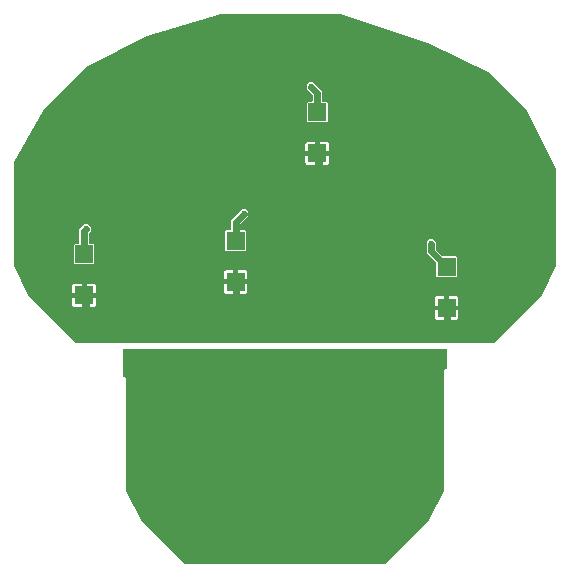
<source format=gbr>
G04 EAGLE Gerber RS-274X export*
G75*
%MOMM*%
%FSLAX34Y34*%
%LPD*%
%INTop Copper*%
%IPPOS*%
%AMOC8*
5,1,8,0,0,1.08239X$1,22.5*%
G01*
%ADD10R,1.500000X1.500000*%
%ADD11C,0.525000*%
%ADD12C,0.609600*%

G36*
X465721Y272047D02*
X465721Y272047D01*
X465809Y272050D01*
X465861Y272067D01*
X465916Y272075D01*
X465996Y272110D01*
X466079Y272137D01*
X466119Y272165D01*
X466176Y272191D01*
X466289Y272287D01*
X466353Y272332D01*
X506239Y312219D01*
X506410Y312446D01*
X506418Y312467D01*
X506429Y312483D01*
X518592Y336808D01*
X518613Y336871D01*
X518644Y336931D01*
X518654Y336994D01*
X518682Y337077D01*
X518687Y337189D01*
X518699Y337262D01*
X518699Y418388D01*
X518690Y418454D01*
X518691Y418521D01*
X518672Y418582D01*
X518659Y418670D01*
X518614Y418772D01*
X518592Y418842D01*
X493729Y468567D01*
X493568Y468801D01*
X493550Y468816D01*
X493539Y468831D01*
X462481Y499889D01*
X462254Y500060D01*
X462233Y500068D01*
X462217Y500079D01*
X412047Y525165D01*
X411968Y525191D01*
X411914Y525220D01*
X336382Y550397D01*
X336102Y550448D01*
X336079Y550446D01*
X336061Y550449D01*
X235393Y550449D01*
X235111Y550409D01*
X235106Y550407D01*
X235101Y550406D01*
X172274Y531558D01*
X172180Y531515D01*
X172112Y531494D01*
X121983Y506429D01*
X121950Y506407D01*
X121938Y506401D01*
X121918Y506385D01*
X121749Y506268D01*
X121734Y506250D01*
X121719Y506239D01*
X84250Y468771D01*
X84118Y468595D01*
X84087Y468557D01*
X59285Y425153D01*
X59249Y425065D01*
X59206Y424980D01*
X59199Y424939D01*
X59179Y424889D01*
X59163Y424724D01*
X59151Y424649D01*
X59151Y337262D01*
X59160Y337196D01*
X59159Y337129D01*
X59178Y337068D01*
X59191Y336980D01*
X59236Y336878D01*
X59258Y336808D01*
X71421Y312483D01*
X71582Y312249D01*
X71600Y312234D01*
X71611Y312219D01*
X111497Y272332D01*
X111567Y272280D01*
X111631Y272220D01*
X111680Y272194D01*
X111725Y272161D01*
X111806Y272130D01*
X111884Y272090D01*
X111932Y272082D01*
X111990Y272060D01*
X112138Y272048D01*
X112215Y272035D01*
X465635Y272035D01*
X465721Y272047D01*
G37*
G36*
X373619Y84552D02*
X373619Y84552D01*
X373627Y84551D01*
X373716Y84572D01*
X373808Y84590D01*
X373814Y84595D01*
X373822Y84597D01*
X373970Y84699D01*
X411047Y121777D01*
X411076Y121820D01*
X411142Y121909D01*
X423396Y146415D01*
X423403Y146442D01*
X423417Y146465D01*
X423433Y146554D01*
X423448Y146609D01*
X423446Y146624D01*
X423449Y146642D01*
X423449Y247167D01*
X423448Y247173D01*
X423449Y247179D01*
X423413Y247355D01*
X423285Y247676D01*
X423408Y247965D01*
X423411Y247977D01*
X423417Y247987D01*
X423445Y248138D01*
X423449Y248161D01*
X423449Y248163D01*
X423449Y248165D01*
X423449Y248479D01*
X423694Y248723D01*
X423697Y248728D01*
X423702Y248732D01*
X423801Y248882D01*
X423938Y249200D01*
X424229Y249316D01*
X424239Y249323D01*
X424251Y249326D01*
X424378Y249414D01*
X424397Y249426D01*
X424398Y249428D01*
X424399Y249429D01*
X424621Y249651D01*
X424967Y249651D01*
X424973Y249652D01*
X424979Y249651D01*
X425155Y249687D01*
X425638Y249880D01*
X425646Y249885D01*
X425656Y249888D01*
X425730Y249940D01*
X425806Y249990D01*
X425812Y249998D01*
X425819Y250004D01*
X425867Y250081D01*
X425918Y250156D01*
X425920Y250166D01*
X425925Y250174D01*
X425957Y250351D01*
X425957Y266700D01*
X425956Y266705D01*
X425957Y266710D01*
X425936Y266803D01*
X425918Y266897D01*
X425915Y266901D01*
X425914Y266906D01*
X425858Y266984D01*
X425805Y267062D01*
X425801Y267065D01*
X425798Y267069D01*
X425716Y267120D01*
X425637Y267172D01*
X425632Y267172D01*
X425627Y267175D01*
X425450Y267207D01*
X152400Y267207D01*
X152395Y267206D01*
X152390Y267207D01*
X152297Y267186D01*
X152204Y267168D01*
X152199Y267165D01*
X152194Y267164D01*
X152116Y267108D01*
X152038Y267055D01*
X152035Y267051D01*
X152031Y267048D01*
X151980Y266966D01*
X151928Y266887D01*
X151928Y266882D01*
X151925Y266877D01*
X151893Y266700D01*
X151893Y244225D01*
X151907Y244156D01*
X151912Y244087D01*
X151926Y244059D01*
X151932Y244028D01*
X151972Y243971D01*
X152003Y243908D01*
X152029Y243886D01*
X152045Y243862D01*
X152088Y243835D01*
X152139Y243790D01*
X152834Y243373D01*
X152875Y243358D01*
X152885Y243352D01*
X152887Y243352D01*
X152917Y243333D01*
X152978Y243322D01*
X153023Y243306D01*
X153056Y243308D01*
X153095Y243301D01*
X153229Y243301D01*
X153596Y242933D01*
X153640Y242904D01*
X153694Y242857D01*
X154140Y242589D01*
X154173Y242459D01*
X154193Y242417D01*
X154203Y242372D01*
X154238Y242321D01*
X154259Y242278D01*
X154283Y242256D01*
X154306Y242224D01*
X154401Y242129D01*
X154401Y241609D01*
X154411Y241557D01*
X154416Y241486D01*
X154542Y240981D01*
X154473Y240866D01*
X154457Y240822D01*
X154433Y240783D01*
X154422Y240722D01*
X154406Y240677D01*
X154408Y240644D01*
X154401Y240605D01*
X154401Y146642D01*
X154406Y146615D01*
X154404Y146588D01*
X154429Y146501D01*
X154440Y146446D01*
X154449Y146432D01*
X154454Y146415D01*
X166709Y121906D01*
X166741Y121864D01*
X166803Y121775D01*
X203683Y84700D01*
X203690Y84695D01*
X203695Y84689D01*
X203773Y84640D01*
X203850Y84589D01*
X203858Y84587D01*
X203865Y84583D01*
X204043Y84551D01*
X373611Y84551D01*
X373619Y84552D01*
G37*
%LPC*%
G36*
X239116Y349851D02*
X239116Y349851D01*
X238371Y350596D01*
X238371Y366648D01*
X239116Y367393D01*
X242189Y367393D01*
X242247Y367401D01*
X242305Y367399D01*
X242387Y367421D01*
X242471Y367433D01*
X242524Y367456D01*
X242580Y367471D01*
X242653Y367514D01*
X242730Y367549D01*
X242775Y367587D01*
X242825Y367616D01*
X242883Y367678D01*
X242947Y367732D01*
X242979Y367781D01*
X243019Y367824D01*
X243058Y367899D01*
X243105Y367969D01*
X243122Y368025D01*
X243149Y368077D01*
X243160Y368145D01*
X243190Y368240D01*
X243193Y368340D01*
X243204Y368408D01*
X243204Y375773D01*
X252369Y384938D01*
X255631Y384938D01*
X257938Y382631D01*
X257938Y379369D01*
X251377Y372808D01*
X251325Y372739D01*
X251265Y372675D01*
X251239Y372625D01*
X251206Y372581D01*
X251175Y372499D01*
X251135Y372421D01*
X251127Y372374D01*
X251105Y372315D01*
X251093Y372168D01*
X251080Y372090D01*
X251080Y368408D01*
X251088Y368350D01*
X251086Y368292D01*
X251108Y368210D01*
X251120Y368126D01*
X251143Y368073D01*
X251158Y368017D01*
X251201Y367944D01*
X251236Y367867D01*
X251274Y367822D01*
X251303Y367772D01*
X251365Y367714D01*
X251419Y367650D01*
X251468Y367618D01*
X251511Y367578D01*
X251586Y367539D01*
X251656Y367492D01*
X251712Y367475D01*
X251764Y367448D01*
X251832Y367437D01*
X251927Y367407D01*
X252027Y367404D01*
X252095Y367393D01*
X255168Y367393D01*
X255913Y366648D01*
X255913Y350596D01*
X255168Y349851D01*
X239116Y349851D01*
G37*
%LPD*%
%LPC*%
G36*
X308204Y458563D02*
X308204Y458563D01*
X307459Y459308D01*
X307459Y475360D01*
X308204Y476105D01*
X311277Y476105D01*
X311335Y476113D01*
X311393Y476111D01*
X311475Y476133D01*
X311559Y476145D01*
X311612Y476168D01*
X311668Y476183D01*
X311741Y476226D01*
X311818Y476261D01*
X311863Y476299D01*
X311913Y476328D01*
X311971Y476390D01*
X312035Y476444D01*
X312067Y476493D01*
X312107Y476536D01*
X312146Y476611D01*
X312193Y476681D01*
X312210Y476737D01*
X312237Y476789D01*
X312248Y476857D01*
X312278Y476952D01*
X312281Y477052D01*
X312292Y477120D01*
X312292Y481818D01*
X312280Y481905D01*
X312277Y481992D01*
X312260Y482045D01*
X312252Y482100D01*
X312217Y482180D01*
X312190Y482263D01*
X312162Y482302D01*
X312136Y482359D01*
X312040Y482473D01*
X311995Y482536D01*
X307212Y487319D01*
X307212Y490581D01*
X309519Y492888D01*
X312781Y492888D01*
X320168Y485501D01*
X320168Y477120D01*
X320176Y477062D01*
X320174Y477004D01*
X320196Y476922D01*
X320208Y476838D01*
X320231Y476785D01*
X320246Y476729D01*
X320289Y476656D01*
X320324Y476579D01*
X320362Y476534D01*
X320391Y476484D01*
X320453Y476426D01*
X320507Y476362D01*
X320556Y476330D01*
X320599Y476290D01*
X320674Y476251D01*
X320744Y476204D01*
X320800Y476187D01*
X320852Y476160D01*
X320920Y476149D01*
X321015Y476119D01*
X321115Y476116D01*
X321183Y476105D01*
X324256Y476105D01*
X325001Y475360D01*
X325001Y459308D01*
X324256Y458563D01*
X308204Y458563D01*
G37*
%LPD*%
%LPC*%
G36*
X417678Y327753D02*
X417678Y327753D01*
X416933Y328498D01*
X416933Y339305D01*
X416921Y339392D01*
X416918Y339479D01*
X416901Y339532D01*
X416893Y339587D01*
X416858Y339667D01*
X416831Y339750D01*
X416803Y339789D01*
X416777Y339846D01*
X416681Y339960D01*
X416636Y340023D01*
X408812Y347847D01*
X408812Y357231D01*
X411119Y359538D01*
X414381Y359538D01*
X416688Y357231D01*
X416688Y351530D01*
X416700Y351443D01*
X416703Y351356D01*
X416720Y351303D01*
X416728Y351248D01*
X416763Y351168D01*
X416790Y351085D01*
X416818Y351046D01*
X416844Y350989D01*
X416940Y350875D01*
X416985Y350812D01*
X422205Y345592D01*
X422274Y345540D01*
X422338Y345480D01*
X422388Y345454D01*
X422432Y345421D01*
X422514Y345390D01*
X422592Y345350D01*
X422639Y345342D01*
X422698Y345320D01*
X422845Y345308D01*
X422923Y345295D01*
X433730Y345295D01*
X434475Y344550D01*
X434475Y328498D01*
X433730Y327753D01*
X417678Y327753D01*
G37*
%LPD*%
%LPC*%
G36*
X110846Y338421D02*
X110846Y338421D01*
X110101Y339166D01*
X110101Y355218D01*
X110846Y355963D01*
X113919Y355963D01*
X113977Y355971D01*
X114035Y355969D01*
X114117Y355991D01*
X114201Y356003D01*
X114254Y356026D01*
X114310Y356041D01*
X114383Y356084D01*
X114460Y356119D01*
X114505Y356157D01*
X114555Y356186D01*
X114613Y356248D01*
X114677Y356302D01*
X114709Y356351D01*
X114749Y356394D01*
X114788Y356469D01*
X114835Y356539D01*
X114852Y356595D01*
X114879Y356647D01*
X114890Y356715D01*
X114920Y356810D01*
X114923Y356910D01*
X114934Y356978D01*
X114934Y368153D01*
X119019Y372238D01*
X122281Y372238D01*
X124588Y369931D01*
X124588Y366669D01*
X123107Y365188D01*
X123055Y365119D01*
X122995Y365055D01*
X122969Y365005D01*
X122936Y364961D01*
X122905Y364879D01*
X122865Y364801D01*
X122857Y364754D01*
X122835Y364695D01*
X122827Y364601D01*
X122824Y364590D01*
X122823Y364547D01*
X122810Y364470D01*
X122810Y356978D01*
X122818Y356920D01*
X122816Y356862D01*
X122838Y356780D01*
X122850Y356696D01*
X122873Y356643D01*
X122888Y356587D01*
X122931Y356514D01*
X122966Y356437D01*
X123004Y356392D01*
X123033Y356342D01*
X123095Y356284D01*
X123149Y356220D01*
X123198Y356188D01*
X123241Y356148D01*
X123316Y356109D01*
X123386Y356062D01*
X123442Y356045D01*
X123494Y356018D01*
X123562Y356007D01*
X123657Y355977D01*
X123757Y355974D01*
X123825Y355963D01*
X126898Y355963D01*
X127643Y355218D01*
X127643Y339166D01*
X126898Y338421D01*
X110846Y338421D01*
G37*
%LPD*%
%LPC*%
G36*
X318261Y434365D02*
X318261Y434365D01*
X318261Y442375D01*
X324064Y442375D01*
X324711Y442202D01*
X325290Y441867D01*
X325763Y441394D01*
X326098Y440815D01*
X326271Y440168D01*
X326271Y434365D01*
X318261Y434365D01*
G37*
%LPD*%
%LPC*%
G36*
X249173Y325653D02*
X249173Y325653D01*
X249173Y333663D01*
X254976Y333663D01*
X255623Y333490D01*
X256202Y333155D01*
X256675Y332682D01*
X257010Y332103D01*
X257183Y331456D01*
X257183Y325653D01*
X249173Y325653D01*
G37*
%LPD*%
%LPC*%
G36*
X120903Y314223D02*
X120903Y314223D01*
X120903Y322233D01*
X126706Y322233D01*
X127353Y322060D01*
X127932Y321725D01*
X128405Y321252D01*
X128740Y320673D01*
X128913Y320026D01*
X128913Y314223D01*
X120903Y314223D01*
G37*
%LPD*%
%LPC*%
G36*
X427735Y303555D02*
X427735Y303555D01*
X427735Y311565D01*
X433538Y311565D01*
X434185Y311392D01*
X434764Y311057D01*
X435237Y310584D01*
X435572Y310005D01*
X435745Y309358D01*
X435745Y303555D01*
X427735Y303555D01*
G37*
%LPD*%
%LPC*%
G36*
X306189Y434365D02*
X306189Y434365D01*
X306189Y440168D01*
X306362Y440815D01*
X306697Y441394D01*
X307170Y441867D01*
X307749Y442202D01*
X308396Y442375D01*
X314199Y442375D01*
X314199Y434365D01*
X306189Y434365D01*
G37*
%LPD*%
%LPC*%
G36*
X318261Y422293D02*
X318261Y422293D01*
X318261Y430303D01*
X326271Y430303D01*
X326271Y424500D01*
X326098Y423853D01*
X325763Y423274D01*
X325290Y422801D01*
X324711Y422466D01*
X324064Y422293D01*
X318261Y422293D01*
G37*
%LPD*%
%LPC*%
G36*
X237101Y325653D02*
X237101Y325653D01*
X237101Y331456D01*
X237274Y332103D01*
X237609Y332682D01*
X238082Y333155D01*
X238661Y333490D01*
X239308Y333663D01*
X245111Y333663D01*
X245111Y325653D01*
X237101Y325653D01*
G37*
%LPD*%
%LPC*%
G36*
X108831Y314223D02*
X108831Y314223D01*
X108831Y320026D01*
X109004Y320673D01*
X109339Y321252D01*
X109812Y321725D01*
X110391Y322060D01*
X111038Y322233D01*
X116841Y322233D01*
X116841Y314223D01*
X108831Y314223D01*
G37*
%LPD*%
%LPC*%
G36*
X249173Y313581D02*
X249173Y313581D01*
X249173Y321591D01*
X257183Y321591D01*
X257183Y315788D01*
X257010Y315141D01*
X256675Y314562D01*
X256202Y314089D01*
X255623Y313754D01*
X254976Y313581D01*
X249173Y313581D01*
G37*
%LPD*%
%LPC*%
G36*
X415663Y303555D02*
X415663Y303555D01*
X415663Y309358D01*
X415836Y310005D01*
X416171Y310584D01*
X416644Y311057D01*
X417223Y311392D01*
X417870Y311565D01*
X423673Y311565D01*
X423673Y303555D01*
X415663Y303555D01*
G37*
%LPD*%
%LPC*%
G36*
X120903Y302151D02*
X120903Y302151D01*
X120903Y310161D01*
X128913Y310161D01*
X128913Y304358D01*
X128740Y303711D01*
X128405Y303132D01*
X127932Y302659D01*
X127353Y302324D01*
X126706Y302151D01*
X120903Y302151D01*
G37*
%LPD*%
%LPC*%
G36*
X427735Y291483D02*
X427735Y291483D01*
X427735Y299493D01*
X435745Y299493D01*
X435745Y293690D01*
X435572Y293043D01*
X435237Y292464D01*
X434764Y291991D01*
X434185Y291656D01*
X433538Y291483D01*
X427735Y291483D01*
G37*
%LPD*%
%LPC*%
G36*
X308396Y422293D02*
X308396Y422293D01*
X307749Y422466D01*
X307170Y422801D01*
X306697Y423274D01*
X306362Y423853D01*
X306189Y424500D01*
X306189Y430303D01*
X314199Y430303D01*
X314199Y422293D01*
X308396Y422293D01*
G37*
%LPD*%
%LPC*%
G36*
X239308Y313581D02*
X239308Y313581D01*
X238661Y313754D01*
X238082Y314089D01*
X237609Y314562D01*
X237274Y315141D01*
X237101Y315788D01*
X237101Y321591D01*
X245111Y321591D01*
X245111Y313581D01*
X239308Y313581D01*
G37*
%LPD*%
%LPC*%
G36*
X111038Y302151D02*
X111038Y302151D01*
X110391Y302324D01*
X109812Y302659D01*
X109339Y303132D01*
X109004Y303711D01*
X108831Y304358D01*
X108831Y310161D01*
X116841Y310161D01*
X116841Y302151D01*
X111038Y302151D01*
G37*
%LPD*%
%LPC*%
G36*
X417870Y291483D02*
X417870Y291483D01*
X417223Y291656D01*
X416644Y291991D01*
X416171Y292464D01*
X415836Y293043D01*
X415663Y293690D01*
X415663Y299493D01*
X423673Y299493D01*
X423673Y291483D01*
X417870Y291483D01*
G37*
%LPD*%
%LPC*%
G36*
X316229Y432333D02*
X316229Y432333D01*
X316229Y432335D01*
X316231Y432335D01*
X316231Y432333D01*
X316229Y432333D01*
G37*
%LPD*%
%LPC*%
G36*
X247141Y323621D02*
X247141Y323621D01*
X247141Y323623D01*
X247143Y323623D01*
X247143Y323621D01*
X247141Y323621D01*
G37*
%LPD*%
%LPC*%
G36*
X118871Y312191D02*
X118871Y312191D01*
X118871Y312193D01*
X118873Y312193D01*
X118873Y312191D01*
X118871Y312191D01*
G37*
%LPD*%
%LPC*%
G36*
X425703Y301523D02*
X425703Y301523D01*
X425703Y301525D01*
X425705Y301525D01*
X425705Y301523D01*
X425703Y301523D01*
G37*
%LPD*%
D10*
X118872Y312192D03*
X118872Y347192D03*
X247142Y323622D03*
X247142Y358622D03*
X316230Y432334D03*
X316230Y467334D03*
X425704Y301524D03*
X425704Y336524D03*
D11*
X254000Y381000D03*
D12*
X247142Y374142D02*
X247142Y358622D01*
X247142Y374142D02*
X254000Y381000D01*
D11*
X120650Y368300D03*
D12*
X118872Y366522D02*
X118872Y347192D01*
X118872Y366522D02*
X120650Y368300D01*
X118872Y312192D02*
X120650Y310414D01*
X120650Y292100D01*
D11*
X120650Y292100D03*
D12*
X316230Y432334D02*
X317500Y431064D01*
X317500Y412750D01*
D11*
X317500Y412750D03*
D12*
X425704Y301524D02*
X425704Y279654D01*
X425450Y279400D01*
D11*
X425450Y279400D03*
D12*
X247650Y323114D02*
X247142Y323622D01*
X247650Y323114D02*
X247650Y304800D01*
D11*
X247650Y304800D03*
X412750Y355600D03*
D12*
X412750Y349478D02*
X425704Y336524D01*
X412750Y349478D02*
X412750Y355600D01*
D11*
X311150Y488950D03*
D12*
X316230Y483870D02*
X316230Y467334D01*
X316230Y483870D02*
X311150Y488950D01*
M02*

</source>
